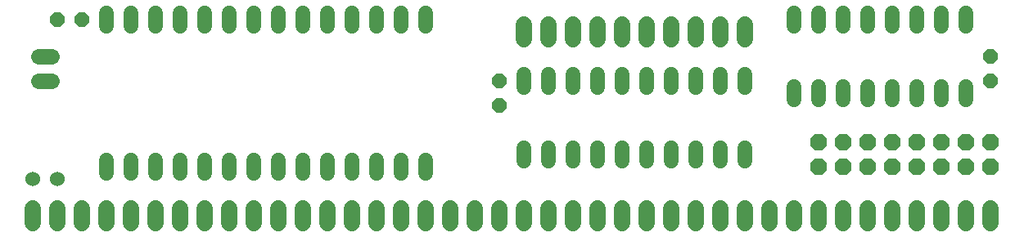
<source format=gts>
G75*
%MOIN*%
%OFA0B0*%
%FSLAX24Y24*%
%IPPOS*%
%LPD*%
%AMOC8*
5,1,8,0,0,1.08239X$1,22.5*
%
%ADD10C,0.0600*%
%ADD11C,0.0600*%
%ADD12OC8,0.0680*%
%ADD13C,0.0680*%
%ADD14C,0.0640*%
%ADD15OC8,0.0600*%
D10*
X003805Y002920D02*
X003805Y003440D01*
X004805Y003440D02*
X004805Y002920D01*
X005805Y002920D02*
X005805Y003440D01*
X006805Y003440D02*
X006805Y002920D01*
X007805Y002920D02*
X007805Y003440D01*
X008805Y003440D02*
X008805Y002920D01*
X009805Y002920D02*
X009805Y003440D01*
X010805Y003440D02*
X010805Y002920D01*
X011805Y002920D02*
X011805Y003440D01*
X012805Y003440D02*
X012805Y002920D01*
X013805Y002920D02*
X013805Y003440D01*
X014805Y003440D02*
X014805Y002920D01*
X015805Y002920D02*
X015805Y003440D01*
X016805Y003440D02*
X016805Y002920D01*
X020805Y003420D02*
X020805Y003940D01*
X021805Y003940D02*
X021805Y003420D01*
X022805Y003420D02*
X022805Y003940D01*
X023805Y003940D02*
X023805Y003420D01*
X024805Y003420D02*
X024805Y003940D01*
X025805Y003940D02*
X025805Y003420D01*
X026805Y003420D02*
X026805Y003940D01*
X027805Y003940D02*
X027805Y003420D01*
X028805Y003420D02*
X028805Y003940D01*
X029805Y003940D02*
X029805Y003420D01*
X031805Y005920D02*
X031805Y006440D01*
X032805Y006440D02*
X032805Y005920D01*
X033805Y005920D02*
X033805Y006440D01*
X034805Y006440D02*
X034805Y005920D01*
X035805Y005920D02*
X035805Y006440D01*
X036805Y006440D02*
X036805Y005920D01*
X037805Y005920D02*
X037805Y006440D01*
X038805Y006440D02*
X038805Y005920D01*
X029805Y006420D02*
X029805Y006940D01*
X028805Y006940D02*
X028805Y006420D01*
X027805Y006420D02*
X027805Y006940D01*
X026805Y006940D02*
X026805Y006420D01*
X025805Y006420D02*
X025805Y006940D01*
X024805Y006940D02*
X024805Y006420D01*
X023805Y006420D02*
X023805Y006940D01*
X022805Y006940D02*
X022805Y006420D01*
X021805Y006420D02*
X021805Y006940D01*
X020805Y006940D02*
X020805Y006420D01*
X016805Y008920D02*
X016805Y009440D01*
X015805Y009440D02*
X015805Y008920D01*
X014805Y008920D02*
X014805Y009440D01*
X013805Y009440D02*
X013805Y008920D01*
X012805Y008920D02*
X012805Y009440D01*
X011805Y009440D02*
X011805Y008920D01*
X010805Y008920D02*
X010805Y009440D01*
X009805Y009440D02*
X009805Y008920D01*
X008805Y008920D02*
X008805Y009440D01*
X007805Y009440D02*
X007805Y008920D01*
X006805Y008920D02*
X006805Y009440D01*
X005805Y009440D02*
X005805Y008920D01*
X004805Y008920D02*
X004805Y009440D01*
X003805Y009440D02*
X003805Y008920D01*
X031805Y008920D02*
X031805Y009440D01*
X032805Y009440D02*
X032805Y008920D01*
X033805Y008920D02*
X033805Y009440D01*
X034805Y009440D02*
X034805Y008920D01*
X035805Y008920D02*
X035805Y009440D01*
X036805Y009440D02*
X036805Y008920D01*
X037805Y008920D02*
X037805Y009440D01*
X038805Y009440D02*
X038805Y008920D01*
D11*
X001805Y002680D03*
X000805Y002680D03*
D12*
X032805Y003180D03*
X033805Y003180D03*
X034805Y003180D03*
X035805Y003180D03*
X036805Y003180D03*
X037805Y003180D03*
X038805Y003180D03*
X039805Y003180D03*
X039805Y004180D03*
X038805Y004180D03*
X037805Y004180D03*
X036805Y004180D03*
X035805Y004180D03*
X034805Y004180D03*
X033805Y004180D03*
X032805Y004180D03*
D13*
X000805Y001480D02*
X000805Y000880D01*
X001805Y000880D02*
X001805Y001480D01*
X002805Y001480D02*
X002805Y000880D01*
X003805Y000880D02*
X003805Y001480D01*
X004805Y001480D02*
X004805Y000880D01*
X005805Y000880D02*
X005805Y001480D01*
X006805Y001480D02*
X006805Y000880D01*
X007805Y000880D02*
X007805Y001480D01*
X008805Y001480D02*
X008805Y000880D01*
X009805Y000880D02*
X009805Y001480D01*
X010805Y001480D02*
X010805Y000880D01*
X011805Y000880D02*
X011805Y001480D01*
X012805Y001480D02*
X012805Y000880D01*
X013805Y000880D02*
X013805Y001480D01*
X014805Y001480D02*
X014805Y000880D01*
X015805Y000880D02*
X015805Y001480D01*
X016805Y001480D02*
X016805Y000880D01*
X017805Y000880D02*
X017805Y001480D01*
X018805Y001480D02*
X018805Y000880D01*
X019805Y000880D02*
X019805Y001480D01*
X020805Y001480D02*
X020805Y000880D01*
X021805Y000880D02*
X021805Y001480D01*
X022805Y001480D02*
X022805Y000880D01*
X023805Y000880D02*
X023805Y001480D01*
X024805Y001480D02*
X024805Y000880D01*
X025805Y000880D02*
X025805Y001480D01*
X026805Y001480D02*
X026805Y000880D01*
X027805Y000880D02*
X027805Y001480D01*
X028805Y001480D02*
X028805Y000880D01*
X029805Y000880D02*
X029805Y001480D01*
X030805Y001480D02*
X030805Y000880D01*
X031805Y000880D02*
X031805Y001480D01*
X032805Y001480D02*
X032805Y000880D01*
X033805Y000880D02*
X033805Y001480D01*
X034805Y001480D02*
X034805Y000880D01*
X035805Y000880D02*
X035805Y001480D01*
X036805Y001480D02*
X036805Y000880D01*
X037805Y000880D02*
X037805Y001480D01*
X038805Y001480D02*
X038805Y000880D01*
X039805Y000880D02*
X039805Y001480D01*
X029805Y008380D02*
X029805Y008980D01*
X028805Y008980D02*
X028805Y008380D01*
X027805Y008380D02*
X027805Y008980D01*
X026805Y008980D02*
X026805Y008380D01*
X025805Y008380D02*
X025805Y008980D01*
X024805Y008980D02*
X024805Y008380D01*
X023805Y008380D02*
X023805Y008980D01*
X022805Y008980D02*
X022805Y008380D01*
X021805Y008380D02*
X021805Y008980D01*
X020805Y008980D02*
X020805Y008380D01*
D14*
X001585Y007680D02*
X001025Y007680D01*
X001025Y006680D02*
X001585Y006680D01*
D15*
X001805Y009180D03*
X002805Y009180D03*
X019805Y006680D03*
X019805Y005680D03*
X039805Y006680D03*
X039805Y007680D03*
M02*

</source>
